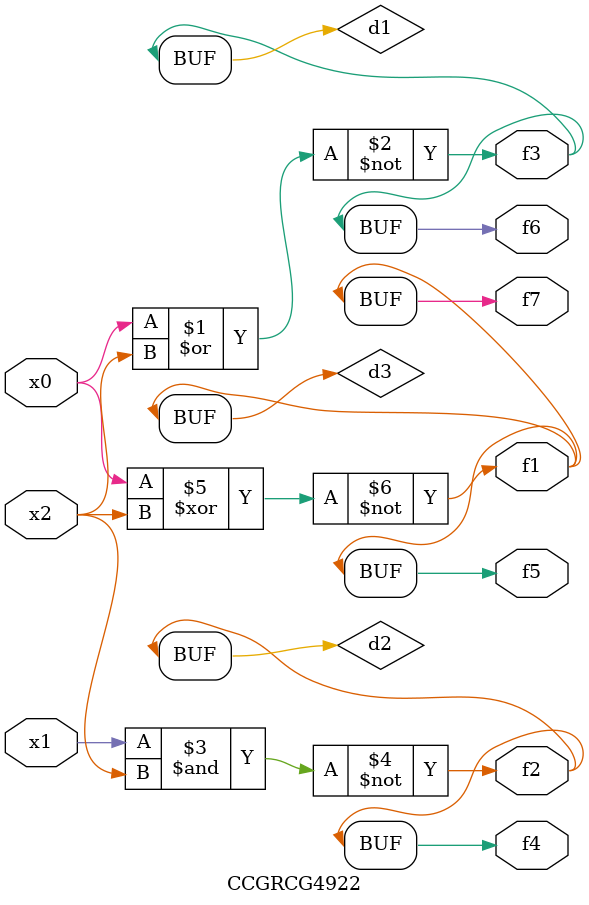
<source format=v>
module CCGRCG4922(
	input x0, x1, x2,
	output f1, f2, f3, f4, f5, f6, f7
);

	wire d1, d2, d3;

	nor (d1, x0, x2);
	nand (d2, x1, x2);
	xnor (d3, x0, x2);
	assign f1 = d3;
	assign f2 = d2;
	assign f3 = d1;
	assign f4 = d2;
	assign f5 = d3;
	assign f6 = d1;
	assign f7 = d3;
endmodule

</source>
